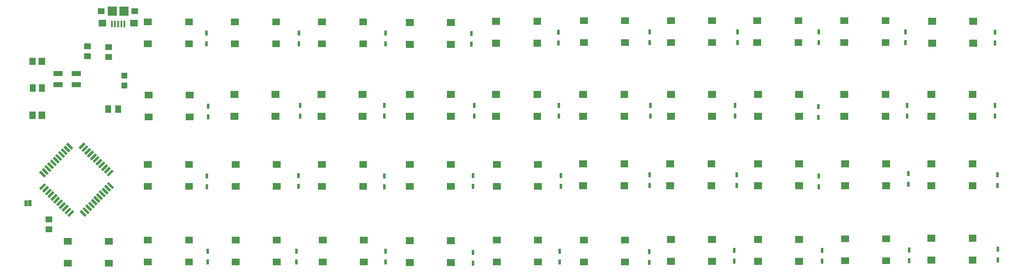
<source format=gtp>
G04 Layer: TopPasteMaskLayer*
G04 EasyEDA v6.4.32, 2022-03-07 19:42:49*
G04 6d175750cd924158a65b80fb6ee35e85,2ace594c3a204291bb7abb2ca186b691,10*
G04 Gerber Generator version 0.2*
G04 Scale: 100 percent, Rotated: No, Reflected: No *
G04 Dimensions in millimeters *
G04 leading zeros omitted , absolute positions ,4 integer and 5 decimal *
%FSLAX45Y45*%
%MOMM*%

%ADD12R,1.3005X1.5011*%
%ADD13R,0.5994X1.0008*%
%ADD14R,1.1989X1.1989*%
%ADD15R,1.4699X1.1600*%
%ADD18R,0.6350X1.2700*%
%ADD21R,1.6002X1.3995*%
%ADD22R,1.4503X1.3005*%
%ADD23R,1.8999X1.8999*%
%ADD24R,0.3988X1.3487*%
%ADD25R,1.8999X1.0998*%

%LPD*%
G36*
X971295Y5256656D02*
G01*
X1101344Y5256656D01*
X1101344Y5106543D01*
X971295Y5106543D01*
G37*
G36*
X1159255Y5256656D02*
G01*
X1289304Y5256656D01*
X1289304Y5106543D01*
X1159255Y5106543D01*
G37*
D12*
G01*
X1224279Y4635500D03*
G01*
X1036320Y4635500D03*
G36*
X971295Y4151756D02*
G01*
X1101344Y4151756D01*
X1101344Y4001643D01*
X971295Y4001643D01*
G37*
G36*
X1159255Y4151756D02*
G01*
X1289304Y4151756D01*
X1289304Y4001643D01*
X1159255Y4001643D01*
G37*
D13*
G01*
X4584700Y5760720D03*
G01*
X4584700Y5542279D03*
G01*
X4622800Y4262120D03*
G01*
X4622800Y4043679D03*
G01*
X4597400Y2827020D03*
G01*
X4597400Y2608579D03*
G01*
X4610100Y1290320D03*
G01*
X4610100Y1071879D03*
G01*
X6477000Y5760720D03*
G01*
X6477000Y5542279D03*
G01*
X6502400Y4274820D03*
G01*
X6502400Y4056379D03*
G01*
X6464300Y2839720D03*
G01*
X6464300Y2621279D03*
G01*
X6426200Y1290320D03*
G01*
X6426200Y1071879D03*
G01*
X8242300Y5760720D03*
G01*
X8242300Y5542279D03*
G01*
X8216900Y4274820D03*
G01*
X8216900Y4056379D03*
G01*
X8216900Y2827020D03*
G01*
X8216900Y2608579D03*
G01*
X8242300Y1290320D03*
G01*
X8242300Y1071879D03*
G01*
X9994900Y5748020D03*
G01*
X9994900Y5529579D03*
G01*
X10058400Y4274820D03*
G01*
X10058400Y4056379D03*
G01*
X10033000Y2839720D03*
G01*
X10033000Y2621279D03*
G01*
X10033000Y1264920D03*
G01*
X10033000Y1046479D03*
G01*
X11772900Y5773420D03*
G01*
X11772900Y5554979D03*
G01*
X11785600Y4274820D03*
G01*
X11785600Y4056379D03*
G01*
X11823700Y2839720D03*
G01*
X11823700Y2621279D03*
G01*
X11798300Y1290320D03*
G01*
X11798300Y1071879D03*
G01*
X13639800Y5786120D03*
G01*
X13639800Y5567679D03*
G01*
X13652500Y4274820D03*
G01*
X13652500Y4056379D03*
G01*
X13639800Y2852420D03*
G01*
X13639800Y2633979D03*
G01*
X13627100Y1277620D03*
G01*
X13627100Y1059179D03*
G01*
X15430500Y5786120D03*
G01*
X15430500Y5567679D03*
G01*
X15379700Y4274820D03*
G01*
X15379700Y4056379D03*
G01*
X15417800Y2852420D03*
G01*
X15417800Y2633979D03*
G01*
X15367000Y1303020D03*
G01*
X15367000Y1084579D03*
G01*
X17094200Y5786120D03*
G01*
X17094200Y5567679D03*
G01*
X17081500Y4249420D03*
G01*
X17081500Y4030979D03*
G01*
X17094200Y2827020D03*
G01*
X17094200Y2608579D03*
G01*
X17157700Y1303020D03*
G01*
X17157700Y1084579D03*
G01*
X18859500Y5786120D03*
G01*
X18859500Y5567679D03*
G01*
X18897600Y4274820D03*
G01*
X18897600Y4056379D03*
G01*
X18923000Y2877820D03*
G01*
X18923000Y2659379D03*
G01*
X18935700Y1315720D03*
G01*
X18935700Y1097279D03*
G01*
X20688300Y5773420D03*
G01*
X20688300Y5554979D03*
G01*
X20688300Y4274820D03*
G01*
X20688300Y4056379D03*
G01*
X20739100Y2852420D03*
G01*
X20739100Y2633979D03*
G01*
X20751800Y1328420D03*
G01*
X20751800Y1109979D03*
D14*
G01*
X2908300Y4683760D03*
G01*
X2908300Y4892039D03*
D15*
G01*
X2590825Y5270500D03*
G01*
X2590825Y5473700D03*
G01*
X2159000Y5486374D03*
G01*
X2159000Y5283174D03*
G01*
X1371625Y1739900D03*
G01*
X1371625Y1943100D03*
G36*
X2520111Y4277182D02*
G01*
X2636113Y4277182D01*
X2636113Y4130192D01*
X2520111Y4130192D01*
G37*
G36*
X2723311Y4277182D02*
G01*
X2839313Y4277182D01*
X2839313Y4130192D01*
X2723311Y4130192D01*
G37*
G36*
X1671701Y1115009D02*
G01*
X1831695Y1115009D01*
X1831695Y975004D01*
X1671701Y975004D01*
G37*
G36*
X2511679Y1115009D02*
G01*
X2671699Y1115009D01*
X2671699Y975004D01*
X2511679Y975004D01*
G37*
G36*
X1671675Y1564995D02*
G01*
X1831695Y1564995D01*
X1831695Y1424990D01*
X1671675Y1424990D01*
G37*
G36*
X2511679Y1564995D02*
G01*
X2671699Y1564995D01*
X2671699Y1424990D01*
X2511679Y1424990D01*
G37*
G36*
X3310000Y5610809D02*
G01*
X3469995Y5610809D01*
X3469995Y5470804D01*
X3310000Y5470804D01*
G37*
G36*
X4149979Y5610809D02*
G01*
X4309999Y5610809D01*
X4309999Y5470804D01*
X4149979Y5470804D01*
G37*
G36*
X3309975Y6060795D02*
G01*
X3469995Y6060795D01*
X3469995Y5920790D01*
X3309975Y5920790D01*
G37*
G36*
X4149979Y6060795D02*
G01*
X4309999Y6060795D01*
X4309999Y5920790D01*
X4149979Y5920790D01*
G37*
G36*
X3322700Y4112209D02*
G01*
X3482695Y4112209D01*
X3482695Y3972204D01*
X3322700Y3972204D01*
G37*
G36*
X4162679Y4112209D02*
G01*
X4322699Y4112209D01*
X4322699Y3972204D01*
X4162679Y3972204D01*
G37*
G36*
X3322675Y4562195D02*
G01*
X3482695Y4562195D01*
X3482695Y4422190D01*
X3322675Y4422190D01*
G37*
G36*
X4162679Y4562195D02*
G01*
X4322699Y4562195D01*
X4322699Y4422190D01*
X4162679Y4422190D01*
G37*
G36*
X3310000Y2689809D02*
G01*
X3469995Y2689809D01*
X3469995Y2549804D01*
X3310000Y2549804D01*
G37*
G36*
X4149979Y2689809D02*
G01*
X4309999Y2689809D01*
X4309999Y2549804D01*
X4149979Y2549804D01*
G37*
G36*
X3309975Y3139795D02*
G01*
X3469995Y3139795D01*
X3469995Y2999790D01*
X3309975Y2999790D01*
G37*
G36*
X4149979Y3139795D02*
G01*
X4309999Y3139795D01*
X4309999Y2999790D01*
X4149979Y2999790D01*
G37*
G36*
X3310000Y1140409D02*
G01*
X3469995Y1140409D01*
X3469995Y1000404D01*
X3310000Y1000404D01*
G37*
G36*
X4149979Y1140409D02*
G01*
X4309999Y1140409D01*
X4309999Y1000404D01*
X4149979Y1000404D01*
G37*
G36*
X3309975Y1590395D02*
G01*
X3469995Y1590395D01*
X3469995Y1450390D01*
X3309975Y1450390D01*
G37*
G36*
X4149979Y1590395D02*
G01*
X4309999Y1590395D01*
X4309999Y1450390D01*
X4149979Y1450390D01*
G37*
G36*
X5088000Y5610809D02*
G01*
X5247995Y5610809D01*
X5247995Y5470804D01*
X5088000Y5470804D01*
G37*
G36*
X5927979Y5610809D02*
G01*
X6087999Y5610809D01*
X6087999Y5470804D01*
X5927979Y5470804D01*
G37*
G36*
X5087975Y6060795D02*
G01*
X5247995Y6060795D01*
X5247995Y5920790D01*
X5087975Y5920790D01*
G37*
G36*
X5927979Y6060795D02*
G01*
X6087999Y6060795D01*
X6087999Y5920790D01*
X5927979Y5920790D01*
G37*
G36*
X5075300Y4124909D02*
G01*
X5235295Y4124909D01*
X5235295Y3984904D01*
X5075300Y3984904D01*
G37*
G36*
X5915279Y4124909D02*
G01*
X6075299Y4124909D01*
X6075299Y3984904D01*
X5915279Y3984904D01*
G37*
G36*
X5075275Y4574895D02*
G01*
X5235295Y4574895D01*
X5235295Y4434890D01*
X5075275Y4434890D01*
G37*
G36*
X5915279Y4574895D02*
G01*
X6075299Y4574895D01*
X6075299Y4434890D01*
X5915279Y4434890D01*
G37*
G36*
X5100700Y2689809D02*
G01*
X5260695Y2689809D01*
X5260695Y2549804D01*
X5100700Y2549804D01*
G37*
G36*
X5940679Y2689809D02*
G01*
X6100699Y2689809D01*
X6100699Y2549804D01*
X5940679Y2549804D01*
G37*
G36*
X5100675Y3139795D02*
G01*
X5260695Y3139795D01*
X5260695Y2999790D01*
X5100675Y2999790D01*
G37*
G36*
X5940679Y3139795D02*
G01*
X6100699Y3139795D01*
X6100699Y2999790D01*
X5940679Y2999790D01*
G37*
G36*
X5100700Y1140409D02*
G01*
X5260695Y1140409D01*
X5260695Y1000404D01*
X5100700Y1000404D01*
G37*
G36*
X5940679Y1140409D02*
G01*
X6100699Y1140409D01*
X6100699Y1000404D01*
X5940679Y1000404D01*
G37*
G36*
X5100675Y1590395D02*
G01*
X5260695Y1590395D01*
X5260695Y1450390D01*
X5100675Y1450390D01*
G37*
G36*
X5940679Y1590395D02*
G01*
X6100699Y1590395D01*
X6100699Y1450390D01*
X5940679Y1450390D01*
G37*
G36*
X6866000Y5610809D02*
G01*
X7025995Y5610809D01*
X7025995Y5470804D01*
X6866000Y5470804D01*
G37*
G36*
X7705979Y5610809D02*
G01*
X7865999Y5610809D01*
X7865999Y5470804D01*
X7705979Y5470804D01*
G37*
G36*
X6865975Y6060795D02*
G01*
X7025995Y6060795D01*
X7025995Y5920790D01*
X6865975Y5920790D01*
G37*
G36*
X7705979Y6060795D02*
G01*
X7865999Y6060795D01*
X7865999Y5920790D01*
X7705979Y5920790D01*
G37*
G36*
X6853300Y4124909D02*
G01*
X7013295Y4124909D01*
X7013295Y3984904D01*
X6853300Y3984904D01*
G37*
G36*
X7693279Y4124909D02*
G01*
X7853299Y4124909D01*
X7853299Y3984904D01*
X7693279Y3984904D01*
G37*
G36*
X6853275Y4574895D02*
G01*
X7013295Y4574895D01*
X7013295Y4434890D01*
X6853275Y4434890D01*
G37*
G36*
X7693279Y4574895D02*
G01*
X7853299Y4574895D01*
X7853299Y4434890D01*
X7693279Y4434890D01*
G37*
G36*
X6866000Y2689809D02*
G01*
X7025995Y2689809D01*
X7025995Y2549804D01*
X6866000Y2549804D01*
G37*
G36*
X7705979Y2689809D02*
G01*
X7865999Y2689809D01*
X7865999Y2549804D01*
X7705979Y2549804D01*
G37*
G36*
X6865975Y3139795D02*
G01*
X7025995Y3139795D01*
X7025995Y2999790D01*
X6865975Y2999790D01*
G37*
G36*
X7705979Y3139795D02*
G01*
X7865999Y3139795D01*
X7865999Y2999790D01*
X7705979Y2999790D01*
G37*
G36*
X6878700Y1140409D02*
G01*
X7038695Y1140409D01*
X7038695Y1000404D01*
X6878700Y1000404D01*
G37*
G36*
X7718679Y1140409D02*
G01*
X7878699Y1140409D01*
X7878699Y1000404D01*
X7718679Y1000404D01*
G37*
G36*
X6878675Y1590395D02*
G01*
X7038695Y1590395D01*
X7038695Y1450390D01*
X6878675Y1450390D01*
G37*
G36*
X7718679Y1590395D02*
G01*
X7878699Y1590395D01*
X7878699Y1450390D01*
X7718679Y1450390D01*
G37*
G36*
X8656700Y5598109D02*
G01*
X8816695Y5598109D01*
X8816695Y5458104D01*
X8656700Y5458104D01*
G37*
G36*
X9496679Y5598109D02*
G01*
X9656699Y5598109D01*
X9656699Y5458104D01*
X9496679Y5458104D01*
G37*
G36*
X8656675Y6048095D02*
G01*
X8816695Y6048095D01*
X8816695Y5908090D01*
X8656675Y5908090D01*
G37*
G36*
X9496679Y6048095D02*
G01*
X9656699Y6048095D01*
X9656699Y5908090D01*
X9496679Y5908090D01*
G37*
G36*
X8656700Y4124909D02*
G01*
X8816695Y4124909D01*
X8816695Y3984904D01*
X8656700Y3984904D01*
G37*
G36*
X9496679Y4124909D02*
G01*
X9656699Y4124909D01*
X9656699Y3984904D01*
X9496679Y3984904D01*
G37*
G36*
X8656675Y4574895D02*
G01*
X8816695Y4574895D01*
X8816695Y4434890D01*
X8656675Y4434890D01*
G37*
G36*
X9496679Y4574895D02*
G01*
X9656699Y4574895D01*
X9656699Y4434890D01*
X9496679Y4434890D01*
G37*
G36*
X8656700Y2689809D02*
G01*
X8816695Y2689809D01*
X8816695Y2549804D01*
X8656700Y2549804D01*
G37*
G36*
X9496679Y2689809D02*
G01*
X9656699Y2689809D01*
X9656699Y2549804D01*
X9496679Y2549804D01*
G37*
G36*
X8656675Y3139795D02*
G01*
X8816695Y3139795D01*
X8816695Y2999790D01*
X8656675Y2999790D01*
G37*
G36*
X9496679Y3139795D02*
G01*
X9656699Y3139795D01*
X9656699Y2999790D01*
X9496679Y2999790D01*
G37*
G36*
X8656700Y1127709D02*
G01*
X8816695Y1127709D01*
X8816695Y987704D01*
X8656700Y987704D01*
G37*
G36*
X9496679Y1127709D02*
G01*
X9656699Y1127709D01*
X9656699Y987704D01*
X9496679Y987704D01*
G37*
G36*
X8656675Y1577695D02*
G01*
X8816695Y1577695D01*
X8816695Y1437690D01*
X8656675Y1437690D01*
G37*
G36*
X9496679Y1577695D02*
G01*
X9656699Y1577695D01*
X9656699Y1437690D01*
X9496679Y1437690D01*
G37*
G36*
X10422000Y5623509D02*
G01*
X10581995Y5623509D01*
X10581995Y5483504D01*
X10422000Y5483504D01*
G37*
G36*
X11261979Y5623509D02*
G01*
X11421999Y5623509D01*
X11421999Y5483504D01*
X11261979Y5483504D01*
G37*
G36*
X10421975Y6073495D02*
G01*
X10581995Y6073495D01*
X10581995Y5933490D01*
X10421975Y5933490D01*
G37*
G36*
X11261979Y6073495D02*
G01*
X11421999Y6073495D01*
X11421999Y5933490D01*
X11261979Y5933490D01*
G37*
G36*
X10422000Y4124909D02*
G01*
X10581995Y4124909D01*
X10581995Y3984904D01*
X10422000Y3984904D01*
G37*
G36*
X11261979Y4124909D02*
G01*
X11421999Y4124909D01*
X11421999Y3984904D01*
X11261979Y3984904D01*
G37*
G36*
X10421975Y4574895D02*
G01*
X10581995Y4574895D01*
X10581995Y4434890D01*
X10421975Y4434890D01*
G37*
G36*
X11261979Y4574895D02*
G01*
X11421999Y4574895D01*
X11421999Y4434890D01*
X11261979Y4434890D01*
G37*
G36*
X10434700Y2689809D02*
G01*
X10594695Y2689809D01*
X10594695Y2549804D01*
X10434700Y2549804D01*
G37*
G36*
X11274679Y2689809D02*
G01*
X11434699Y2689809D01*
X11434699Y2549804D01*
X11274679Y2549804D01*
G37*
G36*
X10434675Y3139795D02*
G01*
X10594695Y3139795D01*
X10594695Y2999790D01*
X10434675Y2999790D01*
G37*
G36*
X11274679Y3139795D02*
G01*
X11434699Y3139795D01*
X11434699Y2999790D01*
X11274679Y2999790D01*
G37*
G36*
X10434700Y1140409D02*
G01*
X10594695Y1140409D01*
X10594695Y1000404D01*
X10434700Y1000404D01*
G37*
G36*
X11274679Y1140409D02*
G01*
X11434699Y1140409D01*
X11434699Y1000404D01*
X11274679Y1000404D01*
G37*
G36*
X10434675Y1590395D02*
G01*
X10594695Y1590395D01*
X10594695Y1450390D01*
X10434675Y1450390D01*
G37*
G36*
X11274679Y1590395D02*
G01*
X11434699Y1590395D01*
X11434699Y1450390D01*
X11274679Y1450390D01*
G37*
G36*
X12212700Y5636209D02*
G01*
X12372695Y5636209D01*
X12372695Y5496204D01*
X12212700Y5496204D01*
G37*
G36*
X13052679Y5636209D02*
G01*
X13212699Y5636209D01*
X13212699Y5496204D01*
X13052679Y5496204D01*
G37*
G36*
X12212675Y6086195D02*
G01*
X12372695Y6086195D01*
X12372695Y5946190D01*
X12212675Y5946190D01*
G37*
G36*
X13052679Y6086195D02*
G01*
X13212699Y6086195D01*
X13212699Y5946190D01*
X13052679Y5946190D01*
G37*
G36*
X12200000Y4124909D02*
G01*
X12359995Y4124909D01*
X12359995Y3984904D01*
X12200000Y3984904D01*
G37*
G36*
X13039979Y4124909D02*
G01*
X13199999Y4124909D01*
X13199999Y3984904D01*
X13039979Y3984904D01*
G37*
G36*
X12199975Y4574895D02*
G01*
X12359995Y4574895D01*
X12359995Y4434890D01*
X12199975Y4434890D01*
G37*
G36*
X13039979Y4574895D02*
G01*
X13199999Y4574895D01*
X13199999Y4434890D01*
X13039979Y4434890D01*
G37*
G36*
X12200000Y2702509D02*
G01*
X12359995Y2702509D01*
X12359995Y2562504D01*
X12200000Y2562504D01*
G37*
G36*
X13039979Y2702509D02*
G01*
X13199999Y2702509D01*
X13199999Y2562504D01*
X13039979Y2562504D01*
G37*
G36*
X12199975Y3152495D02*
G01*
X12359995Y3152495D01*
X12359995Y3012490D01*
X12199975Y3012490D01*
G37*
G36*
X13039979Y3152495D02*
G01*
X13199999Y3152495D01*
X13199999Y3012490D01*
X13039979Y3012490D01*
G37*
G36*
X12212700Y1140409D02*
G01*
X12372695Y1140409D01*
X12372695Y1000404D01*
X12212700Y1000404D01*
G37*
G36*
X13052679Y1140409D02*
G01*
X13212699Y1140409D01*
X13212699Y1000404D01*
X13052679Y1000404D01*
G37*
G36*
X12212675Y1590395D02*
G01*
X12372695Y1590395D01*
X12372695Y1450390D01*
X12212675Y1450390D01*
G37*
G36*
X13052679Y1590395D02*
G01*
X13212699Y1590395D01*
X13212699Y1450390D01*
X13052679Y1450390D01*
G37*
G36*
X13990700Y5636209D02*
G01*
X14150695Y5636209D01*
X14150695Y5496204D01*
X13990700Y5496204D01*
G37*
G36*
X14830679Y5636209D02*
G01*
X14990699Y5636209D01*
X14990699Y5496204D01*
X14830679Y5496204D01*
G37*
G36*
X13990675Y6086195D02*
G01*
X14150695Y6086195D01*
X14150695Y5946190D01*
X13990675Y5946190D01*
G37*
G36*
X14830679Y6086195D02*
G01*
X14990699Y6086195D01*
X14990699Y5946190D01*
X14830679Y5946190D01*
G37*
G36*
X13990700Y4124909D02*
G01*
X14150695Y4124909D01*
X14150695Y3984904D01*
X13990700Y3984904D01*
G37*
G36*
X14830679Y4124909D02*
G01*
X14990699Y4124909D01*
X14990699Y3984904D01*
X14830679Y3984904D01*
G37*
G36*
X13990675Y4574895D02*
G01*
X14150695Y4574895D01*
X14150695Y4434890D01*
X13990675Y4434890D01*
G37*
G36*
X14830679Y4574895D02*
G01*
X14990699Y4574895D01*
X14990699Y4434890D01*
X14830679Y4434890D01*
G37*
G36*
X13978000Y2702509D02*
G01*
X14137995Y2702509D01*
X14137995Y2562504D01*
X13978000Y2562504D01*
G37*
G36*
X14817979Y2702509D02*
G01*
X14977999Y2702509D01*
X14977999Y2562504D01*
X14817979Y2562504D01*
G37*
G36*
X13977975Y3152495D02*
G01*
X14137995Y3152495D01*
X14137995Y3012490D01*
X13977975Y3012490D01*
G37*
G36*
X14817979Y3152495D02*
G01*
X14977999Y3152495D01*
X14977999Y3012490D01*
X14817979Y3012490D01*
G37*
G36*
X13990700Y1153109D02*
G01*
X14150695Y1153109D01*
X14150695Y1013104D01*
X13990700Y1013104D01*
G37*
G36*
X14830679Y1153109D02*
G01*
X14990699Y1153109D01*
X14990699Y1013104D01*
X14830679Y1013104D01*
G37*
G36*
X13990675Y1603095D02*
G01*
X14150695Y1603095D01*
X14150695Y1463090D01*
X13990675Y1463090D01*
G37*
G36*
X14830679Y1603095D02*
G01*
X14990699Y1603095D01*
X14990699Y1463090D01*
X14830679Y1463090D01*
G37*
G36*
X15756000Y5636209D02*
G01*
X15915995Y5636209D01*
X15915995Y5496204D01*
X15756000Y5496204D01*
G37*
G36*
X16595979Y5636209D02*
G01*
X16755999Y5636209D01*
X16755999Y5496204D01*
X16595979Y5496204D01*
G37*
G36*
X15755975Y6086195D02*
G01*
X15915995Y6086195D01*
X15915995Y5946190D01*
X15755975Y5946190D01*
G37*
G36*
X16595979Y6086195D02*
G01*
X16755999Y6086195D01*
X16755999Y5946190D01*
X16595979Y5946190D01*
G37*
G36*
X15768700Y4124909D02*
G01*
X15928695Y4124909D01*
X15928695Y3984904D01*
X15768700Y3984904D01*
G37*
G36*
X16608679Y4124909D02*
G01*
X16768699Y4124909D01*
X16768699Y3984904D01*
X16608679Y3984904D01*
G37*
G36*
X15768675Y4574895D02*
G01*
X15928695Y4574895D01*
X15928695Y4434890D01*
X15768675Y4434890D01*
G37*
G36*
X16608679Y4574895D02*
G01*
X16768699Y4574895D01*
X16768699Y4434890D01*
X16608679Y4434890D01*
G37*
G36*
X15768700Y2702509D02*
G01*
X15928695Y2702509D01*
X15928695Y2562504D01*
X15768700Y2562504D01*
G37*
G36*
X16608679Y2702509D02*
G01*
X16768699Y2702509D01*
X16768699Y2562504D01*
X16608679Y2562504D01*
G37*
G36*
X15768675Y3152495D02*
G01*
X15928695Y3152495D01*
X15928695Y3012490D01*
X15768675Y3012490D01*
G37*
G36*
X16608679Y3152495D02*
G01*
X16768699Y3152495D01*
X16768699Y3012490D01*
X16608679Y3012490D01*
G37*
G36*
X15768700Y1153109D02*
G01*
X15928695Y1153109D01*
X15928695Y1013104D01*
X15768700Y1013104D01*
G37*
G36*
X16608679Y1153109D02*
G01*
X16768699Y1153109D01*
X16768699Y1013104D01*
X16608679Y1013104D01*
G37*
G36*
X15768675Y1603095D02*
G01*
X15928695Y1603095D01*
X15928695Y1463090D01*
X15768675Y1463090D01*
G37*
G36*
X16608679Y1603095D02*
G01*
X16768699Y1603095D01*
X16768699Y1463090D01*
X16608679Y1463090D01*
G37*
G36*
X17534000Y5636209D02*
G01*
X17693995Y5636209D01*
X17693995Y5496204D01*
X17534000Y5496204D01*
G37*
G36*
X18373979Y5636209D02*
G01*
X18533999Y5636209D01*
X18533999Y5496204D01*
X18373979Y5496204D01*
G37*
G36*
X17533975Y6086195D02*
G01*
X17693995Y6086195D01*
X17693995Y5946190D01*
X17533975Y5946190D01*
G37*
G36*
X18373979Y6086195D02*
G01*
X18533999Y6086195D01*
X18533999Y5946190D01*
X18373979Y5946190D01*
G37*
G36*
X17534000Y4124909D02*
G01*
X17693995Y4124909D01*
X17693995Y3984904D01*
X17534000Y3984904D01*
G37*
G36*
X18373979Y4124909D02*
G01*
X18533999Y4124909D01*
X18533999Y3984904D01*
X18373979Y3984904D01*
G37*
G36*
X17533975Y4574895D02*
G01*
X17693995Y4574895D01*
X17693995Y4434890D01*
X17533975Y4434890D01*
G37*
G36*
X18373979Y4574895D02*
G01*
X18533999Y4574895D01*
X18533999Y4434890D01*
X18373979Y4434890D01*
G37*
G36*
X17546700Y2702509D02*
G01*
X17706695Y2702509D01*
X17706695Y2562504D01*
X17546700Y2562504D01*
G37*
G36*
X18386679Y2702509D02*
G01*
X18546699Y2702509D01*
X18546699Y2562504D01*
X18386679Y2562504D01*
G37*
G36*
X17546675Y3152495D02*
G01*
X17706695Y3152495D01*
X17706695Y3012490D01*
X17546675Y3012490D01*
G37*
G36*
X18386679Y3152495D02*
G01*
X18546699Y3152495D01*
X18546699Y3012490D01*
X18386679Y3012490D01*
G37*
G36*
X17546700Y1165809D02*
G01*
X17706695Y1165809D01*
X17706695Y1025804D01*
X17546700Y1025804D01*
G37*
G36*
X18386679Y1165809D02*
G01*
X18546699Y1165809D01*
X18546699Y1025804D01*
X18386679Y1025804D01*
G37*
G36*
X17546675Y1615795D02*
G01*
X17706695Y1615795D01*
X17706695Y1475790D01*
X17546675Y1475790D01*
G37*
G36*
X18386679Y1615795D02*
G01*
X18546699Y1615795D01*
X18546699Y1475790D01*
X18386679Y1475790D01*
G37*
G36*
X19324700Y5623509D02*
G01*
X19484695Y5623509D01*
X19484695Y5483504D01*
X19324700Y5483504D01*
G37*
G36*
X20164679Y5623509D02*
G01*
X20324699Y5623509D01*
X20324699Y5483504D01*
X20164679Y5483504D01*
G37*
G36*
X19324675Y6073495D02*
G01*
X19484695Y6073495D01*
X19484695Y5933490D01*
X19324675Y5933490D01*
G37*
G36*
X20164679Y6073495D02*
G01*
X20324699Y6073495D01*
X20324699Y5933490D01*
X20164679Y5933490D01*
G37*
G36*
X19312000Y4124909D02*
G01*
X19471995Y4124909D01*
X19471995Y3984904D01*
X19312000Y3984904D01*
G37*
G36*
X20151979Y4124909D02*
G01*
X20311999Y4124909D01*
X20311999Y3984904D01*
X20151979Y3984904D01*
G37*
G36*
X19311975Y4574895D02*
G01*
X19471995Y4574895D01*
X19471995Y4434890D01*
X19311975Y4434890D01*
G37*
G36*
X20151979Y4574895D02*
G01*
X20311999Y4574895D01*
X20311999Y4434890D01*
X20151979Y4434890D01*
G37*
G36*
X19312000Y2702509D02*
G01*
X19471995Y2702509D01*
X19471995Y2562504D01*
X19312000Y2562504D01*
G37*
G36*
X20151979Y2702509D02*
G01*
X20311999Y2702509D01*
X20311999Y2562504D01*
X20151979Y2562504D01*
G37*
G36*
X19311975Y3152495D02*
G01*
X19471995Y3152495D01*
X19471995Y3012490D01*
X19311975Y3012490D01*
G37*
G36*
X20151979Y3152495D02*
G01*
X20311999Y3152495D01*
X20311999Y3012490D01*
X20151979Y3012490D01*
G37*
G36*
X19312000Y1178509D02*
G01*
X19471995Y1178509D01*
X19471995Y1038504D01*
X19312000Y1038504D01*
G37*
G36*
X20151979Y1178509D02*
G01*
X20311999Y1178509D01*
X20311999Y1038504D01*
X20151979Y1038504D01*
G37*
G36*
X19311975Y1628495D02*
G01*
X19471995Y1628495D01*
X19471995Y1488490D01*
X19311975Y1488490D01*
G37*
G36*
X20151979Y1628495D02*
G01*
X20311999Y1628495D01*
X20311999Y1488490D01*
X20151979Y1488490D01*
G37*
G36*
X948689Y2336800D02*
G01*
X1012189Y2336800D01*
X1012189Y2209800D01*
X948689Y2209800D01*
G37*
D18*
G01*
X899160Y2273300D03*
G36*
X1170218Y2579705D02*
G01*
X1275377Y2688600D01*
X1312283Y2652958D01*
X1207124Y2544063D01*
G37*
G36*
X1226858Y2525006D02*
G01*
X1332016Y2633901D01*
X1368925Y2598262D01*
X1263766Y2489367D01*
G37*
G36*
X1285326Y2468544D02*
G01*
X1390484Y2577442D01*
X1427393Y2541800D01*
X1322232Y2432903D01*
G37*
G36*
X1341965Y2413848D02*
G01*
X1447126Y2522743D01*
X1484035Y2487104D01*
X1378874Y2378204D01*
G37*
G36*
X1400434Y2357386D02*
G01*
X1505595Y2466281D01*
X1542503Y2430642D01*
X1437340Y2321742D01*
G37*
G36*
X1457073Y2302687D02*
G01*
X1562237Y2411585D01*
X1599143Y2375941D01*
X1493984Y2267046D01*
G37*
G36*
X1513715Y2247988D02*
G01*
X1618876Y2356888D01*
X1655785Y2321245D01*
X1550624Y2212350D01*
G37*
G36*
X1572183Y2191529D02*
G01*
X1677344Y2300427D01*
X1714251Y2264783D01*
X1609092Y2155888D01*
G37*
G36*
X1628825Y2136830D02*
G01*
X1733984Y2245728D01*
X1770893Y2210087D01*
X1665734Y2101189D01*
G37*
G36*
X1687294Y2080369D02*
G01*
X1792452Y2189264D01*
X1829361Y2153625D01*
X1724200Y2044730D01*
G37*
G36*
X1743933Y2025672D02*
G01*
X1849092Y2134567D01*
X1886003Y2098926D01*
X1780842Y1990031D01*
G37*
G36*
X1997699Y2100877D02*
G01*
X2033341Y2137783D01*
X2142236Y2032624D01*
X2106594Y1995718D01*
G37*
G36*
X2052398Y2157516D02*
G01*
X2088037Y2194425D01*
X2196932Y2089266D01*
X2161293Y2052358D01*
G37*
G36*
X2108857Y2215984D02*
G01*
X2144499Y2252893D01*
X2253396Y2147732D01*
X2217755Y2110826D01*
G37*
G36*
X2163556Y2272626D02*
G01*
X2199195Y2309535D01*
X2308095Y2204374D01*
X2272451Y2167465D01*
G37*
G36*
X2220018Y2331095D02*
G01*
X2255657Y2368003D01*
X2364557Y2262840D01*
X2328913Y2225934D01*
G37*
G36*
X2274714Y2387737D02*
G01*
X2310358Y2424643D01*
X2419253Y2319484D01*
X2383612Y2282573D01*
G37*
G36*
X2329411Y2444376D02*
G01*
X2365054Y2481285D01*
X2473949Y2376124D01*
X2438311Y2339215D01*
G37*
G36*
X2385872Y2502844D02*
G01*
X2421516Y2539751D01*
X2530411Y2434592D01*
X2494770Y2397683D01*
G37*
G36*
X2440571Y2559484D02*
G01*
X2476212Y2596393D01*
X2585110Y2491234D01*
X2549469Y2454325D01*
G37*
G36*
X2497035Y2617952D02*
G01*
X2532674Y2654861D01*
X2641569Y2549700D01*
X2605930Y2512794D01*
G37*
G36*
X2551732Y2674592D02*
G01*
X2587373Y2711503D01*
X2696268Y2606342D01*
X2660627Y2569433D01*
G37*
G36*
X2548516Y2858841D02*
G01*
X2653675Y2967736D01*
X2690581Y2932094D01*
X2585422Y2823199D01*
G37*
G36*
X2491874Y2913537D02*
G01*
X2597033Y3022432D01*
X2633941Y2986793D01*
X2528783Y2877898D01*
G37*
G36*
X2433406Y2969999D02*
G01*
X2538567Y3078896D01*
X2575473Y3043255D01*
X2470315Y2934357D01*
G37*
G36*
X2376764Y3024695D02*
G01*
X2481925Y3133595D01*
X2518834Y3097951D01*
X2413673Y2989056D01*
G37*
G36*
X2318296Y3081157D02*
G01*
X2423459Y3190057D01*
X2460365Y3154413D01*
X2355204Y3045518D01*
G37*
G36*
X2261656Y3135858D02*
G01*
X2366815Y3244753D01*
X2403726Y3209112D01*
X2298562Y3100214D01*
G37*
G36*
X2205014Y3190554D02*
G01*
X2310175Y3299449D01*
X2347084Y3263811D01*
X2241923Y3154911D01*
G37*
G36*
X2146548Y3247016D02*
G01*
X2251707Y3355911D01*
X2288616Y3320270D01*
X2183455Y3211372D01*
G37*
G36*
X2089906Y3301712D02*
G01*
X2195065Y3410610D01*
X2231974Y3374969D01*
X2126815Y3266071D01*
G37*
G36*
X2031438Y3358174D02*
G01*
X2136599Y3467069D01*
X2173505Y3431430D01*
X2068347Y3322535D01*
G37*
G36*
X1974796Y3412873D02*
G01*
X2079957Y3521768D01*
X2116866Y3486127D01*
X2011707Y3377232D01*
G37*
G36*
X1718563Y3479175D02*
G01*
X1754205Y3516081D01*
X1863100Y3410922D01*
X1827458Y3374016D01*
G37*
G36*
X1663867Y3422533D02*
G01*
X1699506Y3459441D01*
X1808401Y3354283D01*
X1772762Y3317374D01*
G37*
G36*
X1607403Y3364067D02*
G01*
X1643044Y3400973D01*
X1751942Y3295815D01*
X1716300Y3258906D01*
G37*
G36*
X1552704Y3307425D02*
G01*
X1588348Y3344334D01*
X1697243Y3239173D01*
X1661604Y3202264D01*
G37*
G36*
X1496242Y3248959D02*
G01*
X1531886Y3285865D01*
X1640781Y3180704D01*
X1605142Y3143796D01*
G37*
G36*
X1441546Y3192315D02*
G01*
X1477187Y3229226D01*
X1586085Y3124062D01*
X1550441Y3087156D01*
G37*
G36*
X1386850Y3135675D02*
G01*
X1422488Y3172584D01*
X1531388Y3067423D01*
X1495745Y3030514D01*
G37*
G36*
X1330388Y3077207D02*
G01*
X1366029Y3114116D01*
X1474927Y3008955D01*
X1439283Y2972048D01*
G37*
G36*
X1275689Y3020565D02*
G01*
X1311330Y3057474D01*
X1420228Y2952315D01*
X1384587Y2915406D01*
G37*
G36*
X1219230Y2962099D02*
G01*
X1254869Y2999005D01*
X1363764Y2893847D01*
X1328125Y2856938D01*
G37*
G36*
X1164531Y2905457D02*
G01*
X1200172Y2942366D01*
X1309067Y2837207D01*
X1273426Y2800296D01*
G37*
D21*
G01*
X3101340Y5966460D03*
G01*
X2461259Y5966460D03*
D22*
G01*
X3124200Y6210300D03*
G01*
X2438400Y6210300D03*
D23*
G01*
X2900679Y6210300D03*
G01*
X2661920Y6210300D03*
D24*
G01*
X2910840Y5943600D03*
G01*
X2651759Y5943600D03*
G01*
X2847340Y5943600D03*
G01*
X2715259Y5943600D03*
G01*
X2781300Y5943600D03*
D25*
G01*
X1925320Y4927600D03*
G01*
X1554479Y4699000D03*
G01*
X1925320Y4699000D03*
G01*
X1554479Y4927600D03*
M02*

</source>
